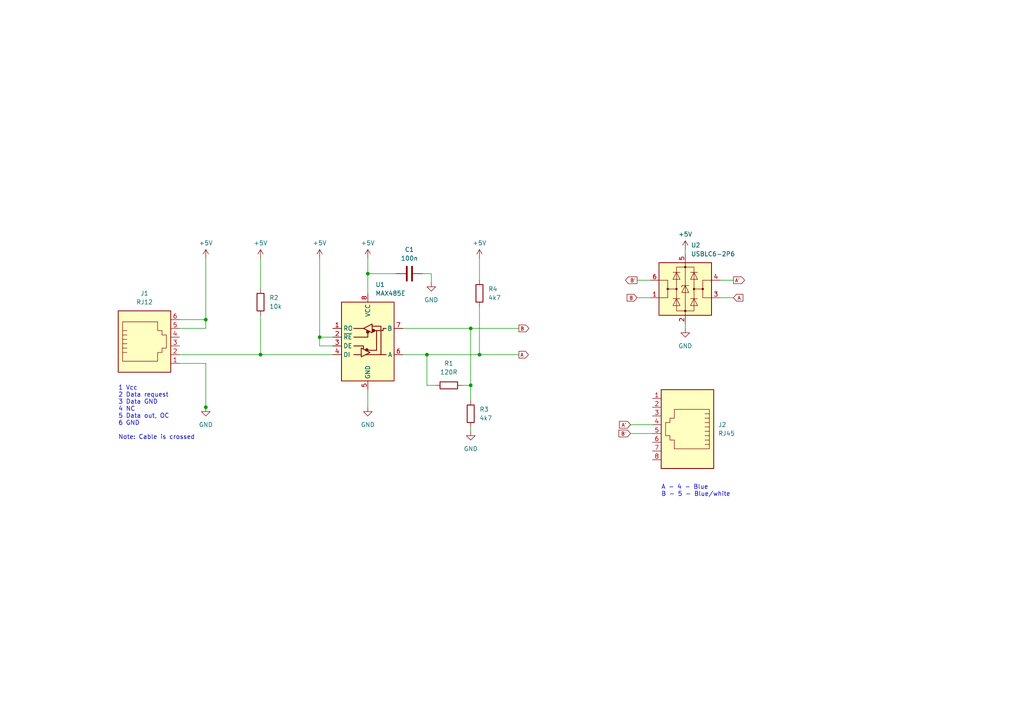
<source format=kicad_sch>
(kicad_sch (version 20230121) (generator eeschema)
  (paper "A4")
  (lib_symbols
    (symbol "Connector:RJ12" (pin_names (offset 1.016))
      (property "Reference" "J" (at -5.08 11.43 0))
      (property "Value" "RJ12" (at 2.54 11.43 0))
      (symbol "RJ12_0_1"
        (polyline (pts (xy -6.35 -1.905) (xy -5.08 -1.905) (xy -5.08 -1.905)))
        (polyline (pts (xy -6.35 -0.635) (xy -5.08 -0.635) (xy -5.08 -0.635)))
        (polyline (pts (xy -6.35 0.635) (xy -5.08 0.635) (xy -5.08 0.635)))
        (polyline (pts (xy -6.35 1.905) (xy -5.08 1.905) (xy -5.08 1.905)))
        (polyline (pts (xy -6.35 3.175) (xy -5.08 3.175) (xy -5.08 3.175)))
        (polyline (pts (xy -5.08 4.445) (xy -6.35 4.445) (xy -6.35 4.445)))
        (polyline (pts (xy -6.35 -4.445) (xy -6.35 6.985) (xy 3.81 6.985) (xy 3.81 4.445) (xy 5.08 4.445) (xy 5.08 3.175) (xy 6.35 3.175) (xy 6.35 -0.635) (xy 5.08 -0.635) (xy 5.08 -1.905) (xy 3.81 -1.905) (xy 3.81 -4.445) (xy -6.35 -4.445) (xy -6.35 -4.445)))
        (rectangle (start 7.62 10.16) (end -7.62 -7.62) (stroke (width 0.254)) (fill (type background)))
      )
      (symbol "RJ12_1_1"
        (pin passive line (at 10.16 -5.08 180) (length 2.54) (name "~") (number "1"))
        (pin passive line (at 10.16 -2.54 180) (length 2.54) (name "~") (number "2"))
        (pin passive line (at 10.16 0 180) (length 2.54) (name "~") (number "3"))
        (pin passive line (at 10.16 2.54 180) (length 2.54) (name "~") (number "4"))
        (pin passive line (at 10.16 5.08 180) (length 2.54) (name "~") (number "5"))
        (pin passive line (at 10.16 7.62 180) (length 2.54) (name "~") (number "6"))
      )
    )
    (symbol "Connector:RJ45" (pin_names (offset 1.016))
      (property "Reference" "J" (at -5.08 13.97 0))
      (property "Value" "RJ45" (at 2.54 13.97 0))
      (symbol "RJ45_0_1"
        (polyline (pts (xy -5.08 4.445) (xy -6.35 4.445)))
        (polyline (pts (xy -5.08 5.715) (xy -6.35 5.715)))
        (polyline (pts (xy -6.35 -3.175) (xy -5.08 -3.175) (xy -5.08 -3.175)))
        (polyline (pts (xy -6.35 -1.905) (xy -5.08 -1.905) (xy -5.08 -1.905)))
        (polyline (pts (xy -6.35 -0.635) (xy -5.08 -0.635) (xy -5.08 -0.635)))
        (polyline (pts (xy -6.35 0.635) (xy -5.08 0.635) (xy -5.08 0.635)))
        (polyline (pts (xy -6.35 1.905) (xy -5.08 1.905) (xy -5.08 1.905)))
        (polyline (pts (xy -5.08 3.175) (xy -6.35 3.175) (xy -6.35 3.175)))
        (polyline (pts (xy -6.35 -4.445) (xy -6.35 6.985) (xy 3.81 6.985) (xy 3.81 4.445) (xy 5.08 4.445) (xy 5.08 3.175) (xy 6.35 3.175) (xy 6.35 -0.635) (xy 5.08 -0.635) (xy 5.08 -1.905) (xy 3.81 -1.905) (xy 3.81 -4.445) (xy -6.35 -4.445) (xy -6.35 -4.445)))
        (rectangle (start 7.62 12.7) (end -7.62 -10.16) (stroke (width 0.254)) (fill (type background)))
      )
      (symbol "RJ45_1_1"
        (pin passive line (at 10.16 -7.62 180) (length 2.54) (name "~") (number "1"))
        (pin passive line (at 10.16 -5.08 180) (length 2.54) (name "~") (number "2"))
        (pin passive line (at 10.16 -2.54 180) (length 2.54) (name "~") (number "3"))
        (pin passive line (at 10.16 0 180) (length 2.54) (name "~") (number "4"))
        (pin passive line (at 10.16 2.54 180) (length 2.54) (name "~") (number "5"))
        (pin passive line (at 10.16 5.08 180) (length 2.54) (name "~") (number "6"))
        (pin passive line (at 10.16 7.62 180) (length 2.54) (name "~") (number "7"))
        (pin passive line (at 10.16 10.16 180) (length 2.54) (name "~") (number "8"))
      )
    )
    (symbol "Device:C" (pin_numbers hide) (pin_names (offset 0.254))
      (property "Reference" "C" (at 0.635 2.54 0))
      (property "Value" "C" (at 0.635 -2.54 0))
      (symbol "C_0_1"
        (polyline (pts (xy -2.032 -0.762) (xy 2.032 -0.762)) (stroke (width 0.508)))
        (polyline (pts (xy -2.032 0.762) (xy 2.032 0.762)) (stroke (width 0.508)))
      )
      (symbol "C_1_1"
        (pin passive line (at 0 3.81 270) (length 2.794) (name "~") (number "1"))
        (pin passive line (at 0 -3.81 90) (length 2.794) (name "~") (number "2"))
      )
    )
    (symbol "Device:R" (pin_numbers hide) (pin_names (offset 0))
      (property "Reference" "R" (at 2.032 0 90))
      (property "Value" "R" (at 0 0 90))
      (symbol "R_0_1"
        (rectangle (start -1.016 -2.54) (end 1.016 2.54) (stroke (width 0.254)))
      )
      (symbol "R_1_1"
        (pin passive line (at 0 3.81 270) (length 1.27) (name "~") (number "1"))
        (pin passive line (at 0 -3.81 90) (length 1.27) (name "~") (number "2"))
      )
    )
    (symbol "Interface_UART:MAX485E"
      (property "Reference" "U" (at -6.096 11.43 0))
      (property "Value" "MAX485E" (at 0.762 11.43 0))
      (symbol "MAX485E_0_1"
        (rectangle (start -7.62 10.16) (end 7.62 -12.7) (stroke (width 0.254)) (fill (type background)))
        (circle (center -0.3048 -3.683) (radius 0.3556) (stroke (width 0.254)) (fill (type outline)))
        (circle (center -0.0254 1.4986) (radius 0.3556) (stroke (width 0.254)) (fill (type outline)))
        (polyline (pts (xy -4.064 -5.08) (xy -1.905 -5.08)) (stroke (width 0.254)))
        (polyline (pts (xy -4.064 2.54) (xy -1.27 2.54)) (stroke (width 0.254)))
        (polyline (pts (xy -1.27 -3.2004) (xy -1.27 -3.4544)) (stroke (width 0.254)))
        (polyline (pts (xy -0.635 -5.08) (xy 5.334 -5.08)) (stroke (width 0.254)))
        (polyline (pts (xy -4.064 -2.54) (xy -1.27 -2.54) (xy -1.27 -3.175)) (stroke (width 0.254)))
        (polyline (pts (xy 0 1.27) (xy 0 0) (xy -4.064 0)) (stroke (width 0.254)))
        (polyline (pts (xy 1.27 3.175) (xy 3.81 3.175) (xy 3.81 -5.08)) (stroke (width 0.254)))
        (polyline (pts (xy 2.54 1.905) (xy 2.54 -3.81) (xy 0 -3.81)) (stroke (width 0.254)))
        (polyline (pts (xy -1.905 -3.175) (xy -1.905 -5.715) (xy 0.635 -4.445) (xy -1.905 -3.175)) (stroke (width 0.254)))
        (polyline (pts (xy -1.27 2.54) (xy 1.27 3.81) (xy 1.27 1.27) (xy -1.27 2.54)) (stroke (width 0.254)))
        (polyline (pts (xy 1.905 1.905) (xy 4.445 1.905) (xy 4.445 2.54) (xy 5.334 2.54)) (stroke (width 0.254)))
        (rectangle (start 1.27 3.175) (end 1.27 3.175))
        (circle (center 1.651 1.905) (radius 0.3556) (stroke (width 0.254)) (fill (type outline)))
      )
      (symbol "MAX485E_1_1"
        (pin output line (at -10.16 2.54 0) (length 2.54) (name "RO") (number "1"))
        (pin input line (at -10.16 0 0) (length 2.54) (name "~{RE}") (number "2"))
        (pin input line (at -10.16 -2.54 0) (length 2.54) (name "DE") (number "3"))
        (pin input line (at -10.16 -5.08 0) (length 2.54) (name "DI") (number "4"))
        (pin power_in line (at 0 -15.24 90) (length 2.54) (name "GND") (number "5"))
        (pin bidirectional line (at 10.16 -5.08 180) (length 2.54) (name "A") (number "6"))
        (pin bidirectional line (at 10.16 2.54 180) (length 2.54) (name "B") (number "7"))
        (pin power_in line (at 0 12.7 270) (length 2.54) (name "VCC") (number "8"))
      )
    )
    (symbol "Power_Protection:USBLC6-2P6" (pin_names hide)
      (property "Reference" "U" (at 2.54 8.89 0))
      (property "Value" "USBLC6-2P6" (at 2.54 -8.89 0))
      (symbol "USBLC6-2P6_0_1"
        (rectangle (start -7.62 -7.62) (end 7.62 7.62) (stroke (width 0.254)) (fill (type background)))
        (circle (center -5.08 0) (radius 0.254) (fill (type outline)))
        (circle (center -2.54 0) (radius 0.254) (fill (type outline)))
        (rectangle (start -2.54 6.35) (end 2.54 -6.35))
        (circle (center 0 -6.35) (radius 0.254) (fill (type outline)))
        (polyline (pts (xy -5.08 -2.54) (xy -7.62 -2.54)))
        (polyline (pts (xy -5.08 0) (xy -5.08 -2.54)))
        (polyline (pts (xy -5.08 2.54) (xy -7.62 2.54)))
        (polyline (pts (xy -1.524 -2.794) (xy -3.556 -2.794)))
        (polyline (pts (xy -1.524 4.826) (xy -3.556 4.826)))
        (polyline (pts (xy 0 -7.62) (xy 0 -6.35)))
        (polyline (pts (xy 0 -6.35) (xy 0 1.27)))
        (polyline (pts (xy 0 1.27) (xy 0 6.35)))
        (polyline (pts (xy 0 6.35) (xy 0 7.62)))
        (polyline (pts (xy 1.524 -2.794) (xy 3.556 -2.794)))
        (polyline (pts (xy 1.524 4.826) (xy 3.556 4.826)))
        (polyline (pts (xy 5.08 -2.54) (xy 7.62 -2.54)))
        (polyline (pts (xy 5.08 0) (xy 5.08 -2.54)))
        (polyline (pts (xy 5.08 2.54) (xy 7.62 2.54)))
        (polyline (pts (xy -2.54 0) (xy -5.08 0) (xy -5.08 2.54)))
        (polyline (pts (xy 2.54 0) (xy 5.08 0) (xy 5.08 2.54)))
        (polyline (pts (xy -3.556 -4.826) (xy -1.524 -4.826) (xy -2.54 -2.794) (xy -3.556 -4.826)))
        (polyline (pts (xy -3.556 2.794) (xy -1.524 2.794) (xy -2.54 4.826) (xy -3.556 2.794)))
        (polyline (pts (xy -1.016 -1.016) (xy 1.016 -1.016) (xy 0 1.016) (xy -1.016 -1.016)))
        (polyline (pts (xy 1.016 1.016) (xy 0.762 1.016) (xy -1.016 1.016) (xy -1.016 0.508)))
        (polyline (pts (xy 3.556 -4.826) (xy 1.524 -4.826) (xy 2.54 -2.794) (xy 3.556 -4.826)))
        (polyline (pts (xy 3.556 2.794) (xy 1.524 2.794) (xy 2.54 4.826) (xy 3.556 2.794)))
        (circle (center 0 6.35) (radius 0.254) (fill (type outline)))
        (circle (center 2.54 0) (radius 0.254) (fill (type outline)))
        (circle (center 5.08 0) (radius 0.254) (fill (type outline)))
      )
      (symbol "USBLC6-2P6_1_1"
        (pin passive line (at -10.16 -2.54 0) (length 2.54) (name "I/O1") (number "1"))
        (pin passive line (at 0 -10.16 90) (length 2.54) (name "GND") (number "2"))
        (pin passive line (at 10.16 -2.54 180) (length 2.54) (name "I/O2") (number "3"))
        (pin passive line (at 10.16 2.54 180) (length 2.54) (name "I/O2") (number "4"))
        (pin passive line (at 0 10.16 270) (length 2.54) (name "VBUS") (number "5"))
        (pin passive line (at -10.16 2.54 0) (length 2.54) (name "I/O1") (number "6"))
      )
    )
    (symbol "power:+5V" (power) (pin_names (offset 0))
      (property "Value" "+5V" (at 0 3.556 0))
      (symbol "+5V_0_1"
        (polyline (pts (xy -0.762 1.27) (xy 0 2.54)))
        (polyline (pts (xy 0 0) (xy 0 2.54)))
        (polyline (pts (xy 0 2.54) (xy 0.762 1.27)))
      )
      (symbol "+5V_1_1"
        (pin power_in line (at 0 0 90) (length 0) hide (name "+5V") (number "1"))
      )
    )
    (symbol "power:GND" (power) (pin_names (offset 0))
      (property "Value" "GND" (at 0 -3.81 0))
      (symbol "GND_0_1"
        (polyline (pts (xy 0 0) (xy 0 -1.27) (xy 1.27 -1.27) (xy 0 -2.54) (xy -1.27 -1.27) (xy 0 -1.27)))
      )
      (symbol "GND_1_1"
        (pin power_in line (at 0 0 270) (length 0) hide (name "GND") (number "1"))
      )
    )
  )
  (junction (at 123.825 102.87))
  (junction (at 75.565 102.87))
  (junction (at 92.71 97.79))
  (junction (at 59.69 118.11))
  (junction (at 59.69 92.71))
  (junction (at 136.525 111.76))
  (junction (at 106.68 79.375))
  (junction (at 136.525 95.25))
  (junction (at 139.065 102.87))
  (wire (pts (xy 75.565 102.87) (xy 96.52 102.87)))
  (wire (pts (xy 123.825 102.87) (xy 139.065 102.87)))
  (wire (pts (xy 184.785 86.36) (xy 188.595 86.36)))
  (wire (pts (xy 136.525 111.76) (xy 136.525 116.205)))
  (wire (pts (xy 59.69 118.11) (xy 59.69 119.38)))
  (wire (pts (xy 59.69 105.41) (xy 59.69 118.11)))
  (wire (pts (xy 198.755 72.39) (xy 198.755 73.66)))
  (wire (pts (xy 116.84 95.25) (xy 136.525 95.25)))
  (wire (pts (xy 52.07 92.71) (xy 59.69 92.71)))
  (wire (pts (xy 208.915 81.28) (xy 212.725 81.28)))
  (wire (pts (xy 92.71 74.93) (xy 92.71 97.79)))
  (wire (pts (xy 184.785 81.28) (xy 188.595 81.28)))
  (wire (pts (xy 75.565 74.93) (xy 75.565 83.82)))
  (wire (pts (xy 106.68 113.03) (xy 106.68 118.11)))
  (wire (pts (xy 52.07 105.41) (xy 59.69 105.41)))
  (wire (pts (xy 52.07 102.87) (xy 75.565 102.87)))
  (wire (pts (xy 136.525 95.25) (xy 150.495 95.25)))
  (wire (pts (xy 116.84 102.87) (xy 123.825 102.87)))
  (wire (pts (xy 139.065 74.93) (xy 139.065 81.28)))
  (wire (pts (xy 75.565 91.44) (xy 75.565 102.87)))
  (wire (pts (xy 123.825 111.76) (xy 123.825 102.87)))
  (wire (pts (xy 208.915 86.36) (xy 212.725 86.36)))
  (wire (pts (xy 182.88 125.73) (xy 189.23 125.73)))
  (wire (pts (xy 59.69 95.25) (xy 59.69 92.71)))
  (wire (pts (xy 125.095 79.375) (xy 122.555 79.375)))
  (wire (pts (xy 125.095 81.915) (xy 125.095 79.375)))
  (wire (pts (xy 59.69 74.93) (xy 59.69 92.71)))
  (wire (pts (xy 92.71 100.33) (xy 92.71 97.79)))
  (wire (pts (xy 198.755 93.98) (xy 198.755 95.25)))
  (wire (pts (xy 136.525 95.25) (xy 136.525 111.76)))
  (wire (pts (xy 96.52 100.33) (xy 92.71 100.33)))
  (wire (pts (xy 136.525 123.825) (xy 136.525 125.095)))
  (wire (pts (xy 139.065 102.87) (xy 150.495 102.87)))
  (wire (pts (xy 126.365 111.76) (xy 123.825 111.76)))
  (wire (pts (xy 106.68 79.375) (xy 114.935 79.375)))
  (wire (pts (xy 106.68 79.375) (xy 106.68 85.09)))
  (wire (pts (xy 92.71 97.79) (xy 96.52 97.79)))
  (wire (pts (xy 106.68 74.93) (xy 106.68 79.375)))
  (wire (pts (xy 182.88 123.19) (xy 189.23 123.19)))
  (wire (pts (xy 136.525 111.76) (xy 133.985 111.76)))
  (wire (pts (xy 52.07 95.25) (xy 59.69 95.25)))
  (wire (pts (xy 139.065 88.9) (xy 139.065 102.87)))
  (text "1 Vcc\n2 Data request\n3 Data GND\n4 NC\n5 Data out, OC\n6 GND\n\nNote: Cable is crossed\n" (at 34.29 127.635 0) (effects (font (size 1.27 1.27)) (justify left bottom)))
  (text "A - 4 - Blue\nB - 5 - Blue/white" (at 191.77 144.145 0) (effects (font (size 1.27 1.27)) (justify left bottom)))
  (global_label "B" (shape output) (at 150.495 95.25 0) (effects (font (size 1 1))) (property "Intersheetrefs" "${INTERSHEET_REFS}" (effects hide)))
  (global_label "A" (shape input) (at 212.725 86.36 0) (effects (font (size 1 1))) (property "Intersheetrefs" "${INTERSHEET_REFS}" (effects hide)))
  (global_label "B'" (shape input) (at 182.88 125.73 180) (effects (font (size 1 1))) (property "Intersheetrefs" "${INTERSHEET_REFS}" (effects hide)))
  (global_label "A'" (shape input) (at 182.88 123.19 180) (effects (font (size 1 1))) (property "Intersheetrefs" "${INTERSHEET_REFS}" (effects hide)))
  (global_label "A" (shape output) (at 150.495 102.87 0) (effects (font (size 1 1))) (property "Intersheetrefs" "${INTERSHEET_REFS}" (effects hide)))
  (global_label "B" (shape input) (at 184.785 86.36 180) (effects (font (size 1 1))) (property "Intersheetrefs" "${INTERSHEET_REFS}" (effects hide)))
  (global_label "A'" (shape output) (at 212.725 81.28 0) (effects (font (size 1 1))) (property "Intersheetrefs" "${INTERSHEET_REFS}" (effects hide)))
  (global_label "B'" (shape output) (at 184.785 81.28 180) (effects (font (size 1 1))) (property "Intersheetrefs" "${INTERSHEET_REFS}" (effects hide)))
  (symbol (lib_id "Device:R") (at 139.065 85.09 180) (unit 1)
    (property "Reference" "R4" (at 141.605 83.82 0) (effects (justify right)))
    (property "Value" "4k7" (at 141.605 86.36 0) (effects (justify right)))
    (property "Footprint" "Resistor_SMD:R_0805_2012Metric" (effects hide))
  )
  (symbol (lib_id "power:+5V") (at 75.565 74.93 0) (unit 1)
    (property "Reference" "#PWR06" (effects hide))
    (property "Value" "+5V" (at 75.565 70.485 0))
  )
  (symbol (lib_id "power:GND") (at 59.69 118.11 0) (unit 1)
    (property "Reference" "#PWR02" (effects hide))
    (property "Value" "GND" (at 59.69 123.19 0))
  )
  (symbol (lib_id "power:GND") (at 106.68 118.11 0) (unit 1)
    (property "Reference" "#PWR04" (effects hide))
    (property "Value" "GND" (at 106.68 123.19 0))
  )
  (symbol (lib_id "Connector:RJ45") (at 199.39 123.19 180) (unit 1)
    (property "Reference" "J2" (at 208.28 123.19 0) (effects (justify right)))
    (property "Value" "RJ45" (at 208.28 125.73 0) (effects (justify right)))
    (property "Footprint" "Connector_RJ:RJ45_Amphenol_54602-x08_Horizontal" (effects hide))
  )
  (symbol (lib_id "power:GND") (at 198.755 95.25 0) (unit 1)
    (property "Reference" "#PWR010" (effects hide))
    (property "Value" "GND" (at 198.755 100.33 0))
  )
  (symbol (lib_id "Power_Protection:USBLC6-2P6") (at 198.755 83.82 0) (unit 1)
    (property "Reference" "U2" (at 200.4061 71.12 0) (effects (justify left)))
    (property "Value" "USBLC6-2P6" (at 200.4061 73.66 0) (effects (justify left)))
    (property "Footprint" "Package_TO_SOT_SMD:SOT-666" (effects hide))
    (property "Datasheet" "https://www.st.com/resource/en/datasheet/usblc6-2.pdf" (effects hide))
  )
  (symbol (lib_id "Connector:RJ12") (at 41.91 100.33 0) (unit 1)
    (property "Reference" "J1" (at 41.91 85.09 0))
    (property "Value" "RJ12" (at 41.91 87.63 0))
    (property "Footprint" "Connector_RJ:RJ12_Amphenol_54601" (effects hide))
  )
  (symbol (lib_id "power:+5V") (at 92.71 74.93 0) (unit 1)
    (property "Reference" "#PWR05" (effects hide))
    (property "Value" "+5V" (at 92.71 70.485 0))
  )
  (symbol (lib_id "Device:C") (at 118.745 79.375 90) (unit 1)
    (property "Reference" "C1" (at 118.745 72.39 90))
    (property "Value" "100n" (at 118.745 74.93 90))
    (property "Footprint" "Capacitor_SMD:C_0805_2012Metric_Pad1.18x1.45mm_HandSolder" (effects hide))
  )
  (symbol (lib_id "power:+5V") (at 198.755 72.39 0) (unit 1)
    (property "Reference" "#PWR011" (effects hide))
    (property "Value" "+5V" (at 198.755 67.945 0))
  )
  (symbol (lib_id "power:+5V") (at 139.065 74.93 0) (unit 1)
    (property "Reference" "#PWR08" (effects hide))
    (property "Value" "+5V" (at 139.065 70.485 0))
  )
  (symbol (lib_id "power:GND") (at 125.095 81.915 0) (unit 1)
    (property "Reference" "#PWR07" (effects hide))
    (property "Value" "GND" (at 125.095 86.995 0))
  )
  (symbol (lib_id "Device:R") (at 136.525 120.015 180) (unit 1)
    (property "Reference" "R3" (at 139.065 118.745 0) (effects (justify right)))
    (property "Value" "4k7" (at 139.065 121.285 0) (effects (justify right)))
    (property "Footprint" "Resistor_SMD:R_0805_2012Metric" (effects hide))
  )
  (symbol (lib_id "power:+5V") (at 59.69 74.93 0) (unit 1)
    (property "Reference" "#PWR01" (effects hide))
    (property "Value" "+5V" (at 59.69 70.485 0))
  )
  (symbol (lib_id "power:+5V") (at 106.68 74.93 0) (unit 1)
    (property "Reference" "#PWR03" (effects hide))
    (property "Value" "+5V" (at 106.68 70.485 0))
  )
  (symbol (lib_id "power:GND") (at 136.525 125.095 0) (unit 1)
    (property "Reference" "#PWR09" (effects hide))
    (property "Value" "GND" (at 136.525 130.175 0))
  )
  (symbol (lib_id "Device:R") (at 75.565 87.63 180) (unit 1)
    (property "Reference" "R2" (at 78.105 86.36 0) (effects (justify right)))
    (property "Value" "10k" (at 78.105 88.9 0) (effects (justify right)))
    (property "Footprint" "Resistor_SMD:R_0805_2012Metric" (effects hide))
  )
  (symbol (lib_id "Device:R") (at 130.175 111.76 90) (unit 1)
    (property "Reference" "R1" (at 130.175 105.41 90))
    (property "Value" "120R" (at 130.175 107.95 90))
    (property "Footprint" "Resistor_SMD:R_0805_2012Metric" (effects hide))
  )
  (symbol (lib_id "Interface_UART:MAX485E") (at 106.68 97.79 0) (unit 1)
    (property "Reference" "U1" (at 108.8741 82.55 0) (effects (justify left)))
    (property "Value" "MAX485E" (at 108.8741 85.09 0) (effects (justify left)))
    (property "Footprint" "Package_SO:SOIC-8_3.9x4.9mm_P1.27mm" (effects hide))
    (property "Datasheet" "https://datasheets.maximintegrated.com/en/ds/MAX1487E-MAX491E.pdf" (effects hide))
  )
)
</source>
